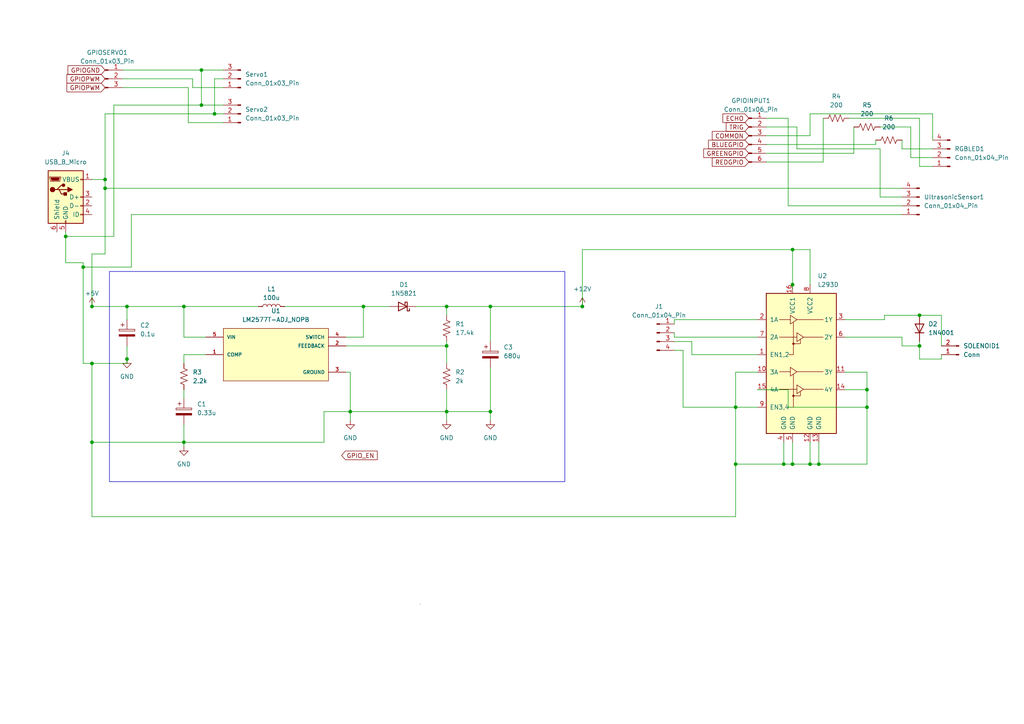
<source format=kicad_sch>
(kicad_sch (version 20231120) (generator "eeschema") (generator_version "8.0")
  (paper "A4")
  (lib_symbols
    (symbol "Connector:Conn_01x02_Pin" (pin_names (offset 1.016) hide)
      (property "Reference" "J" (at 0 2.54 0))
      (property "Value" "Conn_01x02_Pin" (at 0 -5.08 0))
      (symbol "Conn_01x02_Pin_1_1"
        (polyline (pts (xy 1.27 -2.54) (xy 0.8636 -2.54)) (stroke (width 0.1524)))
        (polyline (pts (xy 1.27 0) (xy 0.8636 0)) (stroke (width 0.1524)))
        (rectangle (start 0.8636 -2.413) (end 0 -2.667) (stroke (width 0.1524)) (fill (type outline)))
        (rectangle (start 0.8636 0.127) (end 0 -0.127) (stroke (width 0.1524)) (fill (type outline)))
        (pin passive line (at 5.08 0 180) (length 3.81) (name "Pin_1") (number "1"))
        (pin passive line (at 5.08 -2.54 180) (length 3.81) (name "Pin_2") (number "2"))
      )
    )
    (symbol "Connector:Conn_01x03_Pin" (pin_names (offset 1.016) hide)
      (property "Reference" "J" (at 0 5.08 0))
      (property "Value" "Conn_01x03_Pin" (at 0 -5.08 0))
      (symbol "Conn_01x03_Pin_1_1"
        (polyline (pts (xy 1.27 -2.54) (xy 0.8636 -2.54)) (stroke (width 0.1524)))
        (polyline (pts (xy 1.27 0) (xy 0.8636 0)) (stroke (width 0.1524)))
        (polyline (pts (xy 1.27 2.54) (xy 0.8636 2.54)) (stroke (width 0.1524)))
        (rectangle (start 0.8636 -2.413) (end 0 -2.667) (stroke (width 0.1524)) (fill (type outline)))
        (rectangle (start 0.8636 0.127) (end 0 -0.127) (stroke (width 0.1524)) (fill (type outline)))
        (rectangle (start 0.8636 2.667) (end 0 2.413) (stroke (width 0.1524)) (fill (type outline)))
        (pin passive line (at 5.08 2.54 180) (length 3.81) (name "Pin_1") (number "1"))
        (pin passive line (at 5.08 0 180) (length 3.81) (name "Pin_2") (number "2"))
        (pin passive line (at 5.08 -2.54 180) (length 3.81) (name "Pin_3") (number "3"))
      )
    )
    (symbol "Connector:Conn_01x04_Pin" (pin_names (offset 1.016) hide)
      (property "Reference" "J" (at 0 5.08 0))
      (property "Value" "Conn_01x04_Pin" (at 0 -7.62 0))
      (symbol "Conn_01x04_Pin_1_1"
        (polyline (pts (xy 1.27 -5.08) (xy 0.8636 -5.08)) (stroke (width 0.1524)))
        (polyline (pts (xy 1.27 -2.54) (xy 0.8636 -2.54)) (stroke (width 0.1524)))
        (polyline (pts (xy 1.27 0) (xy 0.8636 0)) (stroke (width 0.1524)))
        (polyline (pts (xy 1.27 2.54) (xy 0.8636 2.54)) (stroke (width 0.1524)))
        (rectangle (start 0.8636 -4.953) (end 0 -5.207) (stroke (width 0.1524)) (fill (type outline)))
        (rectangle (start 0.8636 -2.413) (end 0 -2.667) (stroke (width 0.1524)) (fill (type outline)))
        (rectangle (start 0.8636 0.127) (end 0 -0.127) (stroke (width 0.1524)) (fill (type outline)))
        (rectangle (start 0.8636 2.667) (end 0 2.413) (stroke (width 0.1524)) (fill (type outline)))
        (pin passive line (at 5.08 2.54 180) (length 3.81) (name "Pin_1") (number "1"))
        (pin passive line (at 5.08 0 180) (length 3.81) (name "Pin_2") (number "2"))
        (pin passive line (at 5.08 -2.54 180) (length 3.81) (name "Pin_3") (number "3"))
        (pin passive line (at 5.08 -5.08 180) (length 3.81) (name "Pin_4") (number "4"))
      )
    )
    (symbol "Connector:Conn_01x06_Pin" (pin_names (offset 1.016) hide)
      (property "Reference" "J" (at 0 7.62 0))
      (property "Value" "Conn_01x06_Pin" (at 0 -10.16 0))
      (symbol "Conn_01x06_Pin_1_1"
        (polyline (pts (xy 1.27 -7.62) (xy 0.8636 -7.62)) (stroke (width 0.1524)))
        (polyline (pts (xy 1.27 -5.08) (xy 0.8636 -5.08)) (stroke (width 0.1524)))
        (polyline (pts (xy 1.27 -2.54) (xy 0.8636 -2.54)) (stroke (width 0.1524)))
        (polyline (pts (xy 1.27 0) (xy 0.8636 0)) (stroke (width 0.1524)))
        (polyline (pts (xy 1.27 2.54) (xy 0.8636 2.54)) (stroke (width 0.1524)))
        (polyline (pts (xy 1.27 5.08) (xy 0.8636 5.08)) (stroke (width 0.1524)))
        (rectangle (start 0.8636 -7.493) (end 0 -7.747) (stroke (width 0.1524)) (fill (type outline)))
        (rectangle (start 0.8636 -4.953) (end 0 -5.207) (stroke (width 0.1524)) (fill (type outline)))
        (rectangle (start 0.8636 -2.413) (end 0 -2.667) (stroke (width 0.1524)) (fill (type outline)))
        (rectangle (start 0.8636 0.127) (end 0 -0.127) (stroke (width 0.1524)) (fill (type outline)))
        (rectangle (start 0.8636 2.667) (end 0 2.413) (stroke (width 0.1524)) (fill (type outline)))
        (rectangle (start 0.8636 5.207) (end 0 4.953) (stroke (width 0.1524)) (fill (type outline)))
        (pin passive line (at 5.08 5.08 180) (length 3.81) (name "Pin_1") (number "1"))
        (pin passive line (at 5.08 2.54 180) (length 3.81) (name "Pin_2") (number "2"))
        (pin passive line (at 5.08 0 180) (length 3.81) (name "Pin_3") (number "3"))
        (pin passive line (at 5.08 -2.54 180) (length 3.81) (name "Pin_4") (number "4"))
        (pin passive line (at 5.08 -5.08 180) (length 3.81) (name "Pin_5") (number "5"))
        (pin passive line (at 5.08 -7.62 180) (length 3.81) (name "Pin_6") (number "6"))
      )
    )
    (symbol "Connector:USB_B_Micro" (pin_names (offset 1.016))
      (property "Reference" "J" (at -5.08 11.43 0))
      (property "Value" "USB_B_Micro" (at -5.08 8.89 0))
      (symbol "USB_B_Micro_0_1"
        (rectangle (start -5.08 -7.62) (end 5.08 7.62) (stroke (width 0.254)) (fill (type background)))
        (circle (center -3.81 2.159) (radius 0.635) (stroke (width 0.254)) (fill (type outline)))
        (circle (center -0.635 3.429) (radius 0.381) (stroke (width 0.254)) (fill (type outline)))
        (rectangle (start -0.127 -7.62) (end 0.127 -6.858))
        (polyline (pts (xy -1.905 2.159) (xy 0.635 2.159)) (stroke (width 0.254)))
        (polyline (pts (xy -3.175 2.159) (xy -2.54 2.159) (xy -1.27 3.429) (xy -0.635 3.429)) (stroke (width 0.254)))
        (polyline (pts (xy -2.54 2.159) (xy -1.905 2.159) (xy -1.27 0.889) (xy 0 0.889)) (stroke (width 0.254)))
        (polyline (pts (xy 0.635 2.794) (xy 0.635 1.524) (xy 1.905 2.159) (xy 0.635 2.794)) (stroke (width 0.254)) (fill (type outline)))
        (polyline (pts (xy -4.318 5.588) (xy -1.778 5.588) (xy -2.032 4.826) (xy -4.064 4.826) (xy -4.318 5.588)) (fill (type outline)))
        (polyline (pts (xy -4.699 5.842) (xy -4.699 5.588) (xy -4.445 4.826) (xy -4.445 4.572) (xy -1.651 4.572) (xy -1.651 4.826) (xy -1.397 5.588) (xy -1.397 5.842) (xy -4.699 5.842)))
        (rectangle (start 0.254 1.27) (end -0.508 0.508) (stroke (width 0.254)) (fill (type outline)))
        (rectangle (start 5.08 -5.207) (end 4.318 -4.953))
        (rectangle (start 5.08 -2.667) (end 4.318 -2.413))
        (rectangle (start 5.08 -0.127) (end 4.318 0.127))
        (rectangle (start 5.08 4.953) (end 4.318 5.207))
      )
      (symbol "USB_B_Micro_1_1"
        (pin power_out line (at 7.62 5.08 180) (length 2.54) (name "VBUS") (number "1"))
        (pin bidirectional line (at 7.62 -2.54 180) (length 2.54) (name "D-") (number "2"))
        (pin bidirectional line (at 7.62 0 180) (length 2.54) (name "D+") (number "3"))
        (pin passive line (at 7.62 -5.08 180) (length 2.54) (name "ID") (number "4"))
        (pin power_out line (at 0 -10.16 90) (length 2.54) (name "GND") (number "5"))
        (pin passive line (at -2.54 -10.16 90) (length 2.54) (name "Shield") (number "6"))
      )
    )
    (symbol "Device:C_Polarized" (pin_numbers hide) (pin_names (offset 0.254))
      (property "Reference" "C" (at 0.635 2.54 0))
      (property "Value" "C_Polarized" (at 0.635 -2.54 0))
      (symbol "C_Polarized_0_1"
        (rectangle (start -2.286 0.508) (end 2.286 1.016))
        (polyline (pts (xy -1.778 2.286) (xy -0.762 2.286)))
        (polyline (pts (xy -1.27 2.794) (xy -1.27 1.778)))
        (rectangle (start 2.286 -0.508) (end -2.286 -1.016) (fill (type outline)))
      )
      (symbol "C_Polarized_1_1"
        (pin passive line (at 0 3.81 270) (length 2.794) (name "~") (number "1"))
        (pin passive line (at 0 -3.81 90) (length 2.794) (name "~") (number "2"))
      )
    )
    (symbol "Device:L" (pin_numbers hide) (pin_names (offset 1.016) hide)
      (property "Reference" "L" (at -1.27 0 90))
      (property "Value" "L" (at 1.905 0 90))
      (symbol "L_0_1"
        (arc (start 0 -2.54) (mid 0.6323 -1.905) (end 0 -1.27))
        (arc (start 0 -1.27) (mid 0.6323 -0.635) (end 0 0))
        (arc (start 0 0) (mid 0.6323 0.635) (end 0 1.27))
        (arc (start 0 1.27) (mid 0.6323 1.905) (end 0 2.54))
      )
      (symbol "L_1_1"
        (pin passive line (at 0 3.81 270) (length 1.27) (name "1") (number "1"))
        (pin passive line (at 0 -3.81 90) (length 1.27) (name "2") (number "2"))
      )
    )
    (symbol "Device:R_US" (pin_numbers hide) (pin_names (offset 0))
      (property "Reference" "R" (at 2.54 0 90))
      (property "Value" "R_US" (at -2.54 0 90))
      (symbol "R_US_0_1"
        (polyline (pts (xy 0 -2.286) (xy 0 -2.54)))
        (polyline (pts (xy 0 2.286) (xy 0 2.54)))
        (polyline (pts (xy 0 -0.762) (xy 1.016 -1.143) (xy 0 -1.524) (xy -1.016 -1.905) (xy 0 -2.286)))
        (polyline (pts (xy 0 0.762) (xy 1.016 0.381) (xy 0 0) (xy -1.016 -0.381) (xy 0 -0.762)))
        (polyline (pts (xy 0 2.286) (xy 1.016 1.905) (xy 0 1.524) (xy -1.016 1.143) (xy 0 0.762)))
      )
      (symbol "R_US_1_1"
        (pin passive line (at 0 3.81 270) (length 1.27) (name "~") (number "1"))
        (pin passive line (at 0 -3.81 90) (length 1.27) (name "~") (number "2"))
      )
    )
    (symbol "Diode:1N4001" (pin_numbers hide) (pin_names hide)
      (property "Reference" "D" (at 0 2.54 0))
      (property "Value" "1N4001" (at 0 -2.54 0))
      (symbol "1N4001_0_1"
        (polyline (pts (xy -1.27 1.27) (xy -1.27 -1.27)) (stroke (width 0.254)))
        (polyline (pts (xy 1.27 0) (xy -1.27 0)))
        (polyline (pts (xy 1.27 1.27) (xy 1.27 -1.27) (xy -1.27 0) (xy 1.27 1.27)) (stroke (width 0.254)))
      )
      (symbol "1N4001_1_1"
        (pin passive line (at -3.81 0 0) (length 2.54) (name "K") (number "1"))
        (pin passive line (at 3.81 0 180) (length 2.54) (name "A") (number "2"))
      )
    )
    (symbol "Diode:1N5821" (pin_numbers hide) (pin_names (offset 1.016) hide)
      (property "Reference" "D" (at 0 2.54 0))
      (property "Value" "1N5821" (at 0 -2.54 0))
      (symbol "1N5821_0_1"
        (polyline (pts (xy 1.27 0) (xy -1.27 0)))
        (polyline (pts (xy 1.27 1.27) (xy 1.27 -1.27) (xy -1.27 0) (xy 1.27 1.27)) (stroke (width 0.254)))
        (polyline (pts (xy -1.905 0.635) (xy -1.905 1.27) (xy -1.27 1.27) (xy -1.27 -1.27) (xy -0.635 -1.27) (xy -0.635 -0.635)) (stroke (width 0.254)))
      )
      (symbol "1N5821_1_1"
        (pin passive line (at -3.81 0 0) (length 2.54) (name "K") (number "1"))
        (pin passive line (at 3.81 0 180) (length 2.54) (name "A") (number "2"))
      )
    )
    (symbol "Driver_Motor:L293D" (pin_names (offset 1.016))
      (property "Reference" "U" (at -5.08 26.035 0))
      (property "Value" "L293D" (at -5.08 24.13 0))
      (symbol "L293D_0_1"
        (rectangle (start -10.16 22.86) (end 10.16 -17.78) (stroke (width 0.254)) (fill (type background)))
        (circle (center -2.286 -6.858) (radius 0.254) (fill (type outline)))
        (circle (center -2.286 8.255) (radius 0.254) (fill (type outline)))
        (polyline (pts (xy -6.35 -4.953) (xy -1.27 -4.953)))
        (polyline (pts (xy -6.35 0.127) (xy -3.175 0.127)))
        (polyline (pts (xy -6.35 10.16) (xy -1.27 10.16)))
        (polyline (pts (xy -6.35 15.24) (xy -3.175 15.24)))
        (polyline (pts (xy -1.27 0.127) (xy 6.35 0.127)))
        (polyline (pts (xy -1.27 15.24) (xy 6.35 15.24)))
        (polyline (pts (xy 0.635 -4.953) (xy 6.35 -4.953)))
        (polyline (pts (xy 0.635 10.16) (xy 6.35 10.16)))
        (polyline (pts (xy -2.286 -6.858) (xy -0.254 -6.858) (xy -0.254 -5.588)))
        (polyline (pts (xy -2.286 -0.635) (xy -2.286 -10.16) (xy -3.556 -10.16)))
        (polyline (pts (xy -2.286 8.255) (xy -0.254 8.255) (xy -0.254 9.525)))
        (polyline (pts (xy -2.286 14.478) (xy -2.286 5.08) (xy -3.556 5.08)))
        (polyline (pts (xy -3.175 1.397) (xy -3.175 -1.143) (xy -1.27 0.127) (xy -3.175 1.397)))
        (polyline (pts (xy -3.175 16.51) (xy -3.175 13.97) (xy -1.27 15.24) (xy -3.175 16.51)))
        (polyline (pts (xy -1.27 -3.683) (xy -1.27 -6.223) (xy 0.635 -4.953) (xy -1.27 -3.683)))
        (polyline (pts (xy -1.27 11.43) (xy -1.27 8.89) (xy 0.635 10.16) (xy -1.27 11.43)))
      )
      (symbol "L293D_1_1"
        (pin input line (at -12.7 5.08 0) (length 2.54) (name "EN1,2") (number "1"))
        (pin input line (at -12.7 0 0) (length 2.54) (name "3A") (number "10"))
        (pin output line (at 12.7 0 180) (length 2.54) (name "3Y") (number "11"))
        (pin power_in line (at 2.54 -20.32 90) (length 2.54) (name "GND") (number "12"))
        (pin power_in line (at 5.08 -20.32 90) (length 2.54) (name "GND") (number "13"))
        (pin output line (at 12.7 -5.08 180) (length 2.54) (name "4Y") (number "14"))
        (pin input line (at -12.7 -5.08 0) (length 2.54) (name "4A") (number "15"))
        (pin power_in line (at -2.54 25.4 270) (length 2.54) (name "VCC1") (number "16"))
        (pin input line (at -12.7 15.24 0) (length 2.54) (name "1A") (number "2"))
        (pin output line (at 12.7 15.24 180) (length 2.54) (name "1Y") (number "3"))
        (pin power_in line (at -5.08 -20.32 90) (length 2.54) (name "GND") (number "4"))
        (pin power_in line (at -2.54 -20.32 90) (length 2.54) (name "GND") (number "5"))
        (pin output line (at 12.7 10.16 180) (length 2.54) (name "2Y") (number "6"))
        (pin input line (at -12.7 10.16 0) (length 2.54) (name "2A") (number "7"))
        (pin power_in line (at 2.54 25.4 270) (length 2.54) (name "VCC2") (number "8"))
        (pin input line (at -12.7 -10.16 0) (length 2.54) (name "EN3,4") (number "9"))
      )
    )
    (symbol "LM2577T-ADJ_NOPB:LM2577T-ADJ_NOPB" (pin_names (offset 1.016))
      (property "Reference" "U" (at -15.24 8.382 0))
      (property "Value" "LM2577T-ADJ_NOPB" (at -15.24 -10.16 0))
      (symbol "LM2577T-ADJ_NOPB_0_0"
        (rectangle (start -15.24 -7.62) (end 15.24 7.62) (stroke (width 0.1524)) (fill (type background)))
        (pin passive line (at -20.32 0 0) (length 5.08) (name "COMP") (number "1"))
        (pin input line (at 20.32 2.54 180) (length 5.08) (name "FEEDBACK") (number "2"))
        (pin power_in line (at 20.32 -5.08 180) (length 5.08) (name "GROUND") (number "3"))
        (pin output line (at 20.32 5.08 180) (length 5.08) (name "SWITCH") (number "4"))
        (pin input line (at -20.32 5.08 0) (length 5.08) (name "VIN") (number "5"))
      )
    )
    (symbol "power:+12V" (power) (pin_names (offset 0))
      (property "Value" "+12V" (at 0 3.556 0))
      (symbol "+12V_0_1"
        (polyline (pts (xy -0.762 1.27) (xy 0 2.54)))
        (polyline (pts (xy 0 0) (xy 0 2.54)))
        (polyline (pts (xy 0 2.54) (xy 0.762 1.27)))
      )
      (symbol "+12V_1_1"
        (pin power_in line (at 0 0 90) (length 0) hide (name "+12V") (number "1"))
      )
    )
    (symbol "power:+5V" (power) (pin_names (offset 0))
      (property "Value" "+5V" (at 0 3.556 0))
      (symbol "+5V_0_1"
        (polyline (pts (xy -0.762 1.27) (xy 0 2.54)))
        (polyline (pts (xy 0 0) (xy 0 2.54)))
        (polyline (pts (xy 0 2.54) (xy 0.762 1.27)))
      )
      (symbol "+5V_1_1"
        (pin power_in line (at 0 0 90) (length 0) hide (name "+5V") (number "1"))
      )
    )
    (symbol "power:GND" (power) (pin_names (offset 0))
      (property "Value" "GND" (at 0 -3.81 0))
      (symbol "GND_0_1"
        (polyline (pts (xy 0 0) (xy 0 -1.27) (xy 1.27 -1.27) (xy 0 -2.54) (xy -1.27 -1.27) (xy 0 -1.27)))
      )
      (symbol "GND_1_1"
        (pin power_in line (at 0 0 270) (length 0) hide (name "GND") (number "1"))
      )
    )
  )
  (junction (at 101.6 119.38))
  (junction (at 105.41 88.9))
  (junction (at 237.49 134.62))
  (junction (at 26.67 105.41))
  (junction (at 251.46 113.03))
  (junction (at 129.54 88.9))
  (junction (at 129.54 119.38))
  (junction (at 24.13 77.47))
  (junction (at 229.87 134.62))
  (junction (at 53.34 88.9))
  (junction (at 129.54 100.33))
  (junction (at 58.42 20.32))
  (junction (at 142.24 88.9))
  (junction (at 62.23 33.02))
  (junction (at 266.7 100.33))
  (junction (at 213.36 118.11))
  (junction (at 251.46 118.11))
  (junction (at 227.33 134.62))
  (junction (at 234.95 134.62))
  (junction (at 142.24 119.38))
  (junction (at 19.05 68.58))
  (junction (at 229.87 72.39))
  (junction (at 30.48 52.07))
  (junction (at 58.42 30.48))
  (junction (at 266.7 91.44))
  (junction (at 168.91 88.9))
  (junction (at 36.83 88.9))
  (junction (at 53.34 128.27))
  (junction (at 26.67 88.9))
  (junction (at 229.87 82.55))
  (junction (at 36.83 104.14))
  (junction (at 213.36 134.62))
  (junction (at 26.67 128.27))
  (junction (at 30.48 54.61))
  (wire (pts (xy 228.6 59.69) (xy 228.6 34.29)))
  (wire (pts (xy 245.11 113.03) (xy 251.46 113.03)))
  (wire (pts (xy 58.42 30.48) (xy 64.77 30.48)))
  (wire (pts (xy 264.16 45.72) (xy 270.51 45.72)))
  (wire (pts (xy 198.12 118.11) (xy 198.12 101.6)))
  (wire (pts (xy 62.23 33.02) (xy 62.23 22.86)))
  (wire (pts (xy 54.61 25.4) (xy 54.61 35.56)))
  (wire (pts (xy 24.13 76.2) (xy 24.13 77.47)))
  (wire (pts (xy 19.05 76.2) (xy 24.13 76.2)))
  (wire (pts (xy 229.87 72.39) (xy 168.91 72.39)))
  (wire (pts (xy 213.36 134.62) (xy 213.36 149.86)))
  (wire (pts (xy 93.98 128.27) (xy 93.98 119.38)))
  (wire (pts (xy 234.95 39.37) (xy 222.25 39.37)))
  (wire (pts (xy 105.41 88.9) (xy 113.03 88.9)))
  (wire (pts (xy 219.71 107.95) (xy 213.36 107.95)))
  (wire (pts (xy 251.46 118.11) (xy 251.46 134.62)))
  (wire (pts (xy 273.05 104.14) (xy 273.05 102.87)))
  (wire (pts (xy 234.95 72.39) (xy 229.87 72.39)))
  (wire (pts (xy 142.24 106.68) (xy 142.24 119.38)))
  (wire (pts (xy 266.7 48.26) (xy 270.51 48.26)))
  (wire (pts (xy 229.87 72.39) (xy 229.87 82.55)))
  (wire (pts (xy 266.7 100.33) (xy 266.7 104.14)))
  (wire (pts (xy 247.65 36.83) (xy 247.65 44.45)))
  (wire (pts (xy 255.27 43.18) (xy 231.14 43.18)))
  (wire (pts (xy 261.62 100.33) (xy 266.7 100.33)))
  (wire (pts (xy 129.54 119.38) (xy 142.24 119.38)))
  (wire (pts (xy 229.87 128.27) (xy 229.87 134.62)))
  (wire (pts (xy 19.05 68.58) (xy 19.05 76.2)))
  (wire (pts (xy 142.24 119.38) (xy 142.24 121.92)))
  (wire (pts (xy 254 41.91) (xy 254 40.64)))
  (wire (pts (xy 100.33 107.95) (xy 101.6 107.95)))
  (wire (pts (xy 120.65 88.9) (xy 129.54 88.9)))
  (wire (pts (xy 53.34 128.27) (xy 53.34 129.54)))
  (wire (pts (xy 26.67 149.86) (xy 213.36 149.86)))
  (wire (pts (xy 101.6 107.95) (xy 101.6 119.38)))
  (wire (pts (xy 24.13 105.41) (xy 26.67 105.41)))
  (wire (pts (xy 93.98 119.38) (xy 101.6 119.38)))
  (wire (pts (xy 273.05 91.44) (xy 266.7 91.44)))
  (wire (pts (xy 234.95 33.02) (xy 234.95 39.37)))
  (wire (pts (xy 36.83 105.41) (xy 36.83 104.14)))
  (wire (pts (xy 273.05 100.33) (xy 273.05 91.44)))
  (wire (pts (xy 219.71 113.03) (xy 228.6 113.03)))
  (wire (pts (xy 247.65 44.45) (xy 222.25 44.45)))
  (wire (pts (xy 251.46 107.95) (xy 251.46 113.03)))
  (wire (pts (xy 228.6 118.11) (xy 251.46 118.11)))
  (wire (pts (xy 213.36 107.95) (xy 213.36 118.11)))
  (wire (pts (xy 266.7 34.29) (xy 266.7 48.26)))
  (wire (pts (xy 213.36 118.11) (xy 198.12 118.11)))
  (wire (pts (xy 101.6 119.38) (xy 129.54 119.38)))
  (wire (pts (xy 55.88 25.4) (xy 64.77 25.4)))
  (wire (pts (xy 30.48 73.66) (xy 26.67 73.66)))
  (wire (pts (xy 19.05 67.31) (xy 19.05 68.58)))
  (wire (pts (xy 255.27 57.15) (xy 255.27 43.18)))
  (wire (pts (xy 222.25 36.83) (xy 231.14 36.83)))
  (wire (pts (xy 245.11 92.71) (xy 256.54 92.71)))
  (wire (pts (xy 101.6 119.38) (xy 101.6 121.92)))
  (wire (pts (xy 168.91 72.39) (xy 168.91 88.9)))
  (wire (pts (xy 251.46 113.03) (xy 251.46 118.11)))
  (wire (pts (xy 256.54 92.71) (xy 256.54 91.44)))
  (wire (pts (xy 200.66 102.87) (xy 200.66 99.06)))
  (wire (pts (xy 200.66 99.06) (xy 195.58 99.06)))
  (wire (pts (xy 261.62 43.18) (xy 270.51 43.18)))
  (wire (pts (xy 234.95 128.27) (xy 234.95 134.62)))
  (wire (pts (xy 227.33 134.62) (xy 213.36 134.62)))
  (wire (pts (xy 238.76 46.99) (xy 222.25 46.99)))
  (wire (pts (xy 227.33 128.27) (xy 227.33 134.62)))
  (wire (pts (xy 36.83 100.33) (xy 36.83 104.14)))
  (wire (pts (xy 53.34 113.03) (xy 53.34 115.57)))
  (wire (pts (xy 58.42 20.32) (xy 64.77 20.32)))
  (wire (pts (xy 26.67 73.66) (xy 26.67 88.9)))
  (wire (pts (xy 229.87 82.55) (xy 229.87 83.82)))
  (wire (pts (xy 234.95 82.55) (xy 234.95 72.39)))
  (wire (pts (xy 55.88 22.86) (xy 55.88 25.4)))
  (wire (pts (xy 26.67 105.41) (xy 26.67 128.27)))
  (wire (pts (xy 100.33 100.33) (xy 129.54 100.33)))
  (wire (pts (xy 261.62 40.64) (xy 261.62 43.18)))
  (wire (pts (xy 35.56 25.4) (xy 54.61 25.4)))
  (wire (pts (xy 24.13 77.47) (xy 24.13 105.41)))
  (wire (pts (xy 58.42 30.48) (xy 33.02 30.48)))
  (wire (pts (xy 26.67 105.41) (xy 36.83 105.41)))
  (wire (pts (xy 198.12 101.6) (xy 195.58 101.6)))
  (wire (pts (xy 35.56 22.86) (xy 55.88 22.86)))
  (wire (pts (xy 222.25 41.91) (xy 254 41.91)))
  (wire (pts (xy 234.95 33.02) (xy 270.51 33.02)))
  (wire (pts (xy 53.34 123.19) (xy 53.34 128.27)))
  (wire (pts (xy 105.41 88.9) (xy 105.41 97.79)))
  (wire (pts (xy 129.54 113.03) (xy 129.54 119.38)))
  (wire (pts (xy 246.38 34.29) (xy 266.7 34.29)))
  (wire (pts (xy 228.6 113.03) (xy 228.6 118.11)))
  (wire (pts (xy 36.83 88.9) (xy 36.83 92.71)))
  (wire (pts (xy 238.76 34.29) (xy 238.76 46.99)))
  (wire (pts (xy 62.23 33.02) (xy 64.77 33.02)))
  (wire (pts (xy 264.16 36.83) (xy 264.16 45.72)))
  (wire (pts (xy 213.36 118.11) (xy 219.71 118.11)))
  (wire (pts (xy 129.54 88.9) (xy 142.24 88.9)))
  (wire (pts (xy 38.1 77.47) (xy 24.13 77.47)))
  (wire (pts (xy 54.61 35.56) (xy 64.77 35.56)))
  (wire (pts (xy 129.54 119.38) (xy 129.54 121.92)))
  (wire (pts (xy 30.48 54.61) (xy 30.48 73.66)))
  (wire (pts (xy 195.58 97.79) (xy 219.71 97.79)))
  (wire (pts (xy 82.55 88.9) (xy 105.41 88.9)))
  (wire (pts (xy 228.6 34.29) (xy 222.25 34.29)))
  (wire (pts (xy 213.36 118.11) (xy 213.36 134.62)))
  (wire (pts (xy 105.41 97.79) (xy 100.33 97.79)))
  (wire (pts (xy 234.95 134.62) (xy 237.49 134.62)))
  (wire (pts (xy 35.56 20.32) (xy 58.42 20.32)))
  (wire (pts (xy 30.48 52.07) (xy 30.48 54.61)))
  (wire (pts (xy 256.54 91.44) (xy 266.7 91.44)))
  (wire (pts (xy 36.83 88.9) (xy 53.34 88.9)))
  (wire (pts (xy 195.58 92.71) (xy 195.58 93.98)))
  (wire (pts (xy 53.34 128.27) (xy 93.98 128.27)))
  (wire (pts (xy 266.7 99.06) (xy 266.7 100.33)))
  (wire (pts (xy 53.34 88.9) (xy 74.93 88.9)))
  (wire (pts (xy 270.51 33.02) (xy 270.51 40.64)))
  (wire (pts (xy 38.1 62.23) (xy 38.1 77.47)))
  (wire (pts (xy 26.67 88.9) (xy 36.83 88.9)))
  (wire (pts (xy 255.27 36.83) (xy 264.16 36.83)))
  (wire (pts (xy 237.49 134.62) (xy 237.49 128.27)))
  (wire (pts (xy 129.54 100.33) (xy 129.54 105.41)))
  (wire (pts (xy 195.58 97.79) (xy 195.58 96.52)))
  (wire (pts (xy 26.67 128.27) (xy 26.67 149.86)))
  (wire (pts (xy 251.46 134.62) (xy 237.49 134.62)))
  (wire (pts (xy 59.69 102.87) (xy 53.34 102.87)))
  (wire (pts (xy 26.67 128.27) (xy 53.34 128.27)))
  (wire (pts (xy 261.62 57.15) (xy 255.27 57.15)))
  (wire (pts (xy 229.87 134.62) (xy 234.95 134.62)))
  (wire (pts (xy 30.48 33.02) (xy 62.23 33.02)))
  (wire (pts (xy 266.7 104.14) (xy 273.05 104.14)))
  (wire (pts (xy 261.62 62.23) (xy 38.1 62.23)))
  (wire (pts (xy 142.24 88.9) (xy 142.24 99.06)))
  (wire (pts (xy 58.42 20.32) (xy 58.42 30.48)))
  (wire (pts (xy 26.67 52.07) (xy 30.48 52.07)))
  (wire (pts (xy 261.62 97.79) (xy 261.62 100.33)))
  (wire (pts (xy 231.14 43.18) (xy 231.14 36.83)))
  (wire (pts (xy 33.02 68.58) (xy 19.05 68.58)))
  (wire (pts (xy 53.34 102.87) (xy 53.34 105.41)))
  (wire (pts (xy 53.34 97.79) (xy 53.34 88.9)))
  (wire (pts (xy 62.23 22.86) (xy 64.77 22.86)))
  (wire (pts (xy 200.66 102.87) (xy 219.71 102.87)))
  (wire (pts (xy 142.24 88.9) (xy 168.91 88.9)))
  (wire (pts (xy 129.54 100.33) (xy 129.54 99.06)))
  (wire (pts (xy 129.54 91.44) (xy 129.54 88.9)))
  (wire (pts (xy 59.69 97.79) (xy 53.34 97.79)))
  (wire (pts (xy 227.33 134.62) (xy 229.87 134.62)))
  (wire (pts (xy 245.11 97.79) (xy 261.62 97.79)))
  (wire (pts (xy 33.02 30.48) (xy 33.02 68.58)))
  (wire (pts (xy 261.62 54.61) (xy 30.48 54.61)))
  (wire (pts (xy 245.11 107.95) (xy 251.46 107.95)))
  (wire (pts (xy 30.48 52.07) (xy 30.48 33.02)))
  (wire (pts (xy 228.6 59.69) (xy 261.62 59.69)))
  (wire (pts (xy 195.58 92.71) (xy 219.71 92.71)))
  (rectangle (start 121.92 175.26) (end 121.92 175.26))
  (rectangle (start 31.75 78.74) (end 163.83 139.7))
  (global_label "REDGPIO" (shape input) (at 217.17 46.99 180) (property "Intersheetrefs" "${INTERSHEET_REFS}" (effects (hide yes))))
  (global_label "GPIOPWM" (shape input) (at 30.48 22.86 180) (property "Intersheetrefs" "${INTERSHEET_REFS}" (effects (hide yes))))
  (global_label "GPIOPWM" (shape input) (at 30.48 25.4 180) (property "Intersheetrefs" "${INTERSHEET_REFS}" (effects (hide yes))))
  (global_label "COMMON" (shape input) (at 217.17 39.37 180) (property "Intersheetrefs" "${INTERSHEET_REFS}" (effects (hide yes))))
  (global_label "TRIG" (shape input) (at 217.17 36.83 180) (property "Intersheetrefs" "${INTERSHEET_REFS}" (effects (hide yes))))
  (global_label "GREENGPIO" (shape input) (at 217.17 44.45 180) (property "Intersheetrefs" "${INTERSHEET_REFS}" (effects (hide yes))))
  (global_label "GPIOGND" (shape input) (at 30.48 20.32 180) (property "Intersheetrefs" "${INTERSHEET_REFS}" (effects (hide yes))))
  (global_label "ECHO" (shape input) (at 217.17 34.29 180) (property "Intersheetrefs" "${INTERSHEET_REFS}" (effects (hide yes))))
  (global_label "BLUEGPIO" (shape input) (at 217.17 41.91 180) (property "Intersheetrefs" "${INTERSHEET_REFS}" (effects (hide yes))))
  (global_label "GPIO_EN" (shape input) (at 99.06 132.08 0) (property "Intersheetrefs" "${INTERSHEET_REFS}" (effects (hide yes))))
  (symbol (lib_id "LM2577T-ADJ_NOPB:LM2577T-ADJ_NOPB") (at 80.01 102.87 0) (unit 1)
    (property "Reference" "U1" (at 80.01 90.17 0))
    (property "Value" "LM2577T-ADJ_NOPB" (at 80.01 92.71 0))
    (property "Footprint" "Kicad:VREG_LM2577T-ADJ_NOPB" (effects (hide yes)))
    (property "Description" "\nSIMPLE SWITCHER&reg; 3.5V to 40V, 3A Low Component Count Step-Up Regulator 5-TO-220 -40 to 125\n" (effects (hide yes)))
    (property "MF" "Texas Instruments" (effects (hide yes)))
    (property "MAXIMUM_PACKAGE_HEIGHT" "18.11mm" (effects (hide yes)))
    (property "Package" "TO-220-5 Texas Instruments" (effects (hide yes)))
    (property "Price" "None" (effects (hide yes)))
    (property "Check_prices" "https://www.snapeda.com/parts/LM2577T-ADJ/Texas+Instruments/view-part/?ref=eda" (effects (hide yes)))
    (property "STANDARD" "Manufacturer Recommendation" (effects (hide yes)))
    (property "PARTREV" "D" (effects (hide yes)))
    (property "SnapEDA_Link" "https://www.snapeda.com/parts/LM2577T-ADJ/Texas+Instruments/view-part/?ref=snap" (effects (hide yes)))
    (property "MP" "LM2577T-ADJ" (effects (hide yes)))
    (property "Purchase-URL" "https://www.snapeda.com/api/url_track_click_mouser/?unipart_id=230288&manufacturer=Texas Instruments&part_name=LM2577T-ADJ&search_term=lm2577" (effects (hide yes)))
    (property "Availability" "In Stock" (effects (hide yes)))
    (property "MANUFACTURER" "Texas Instruments" (effects (hide yes)))
  )
  (symbol (lib_id "Diode:1N4001") (at 266.7 95.25 90) (unit 1)
    (property "Reference" "D2" (at 269.24 93.98 90) (effects (justify right)))
    (property "Value" "1N4001" (at 269.24 96.52 90) (effects (justify right)))
    (property "Footprint" "Diode_THT:D_DO-41_SOD81_P10.16mm_Horizontal" (effects (hide yes)))
    (property "Datasheet" "http://www.vishay.com/docs/88503/1n4001.pdf" (effects (hide yes)))
    (property "Sim.Device" "D" (effects (hide yes)))
    (property "Sim.Pins" "1=K 2=A" (effects (hide yes)))
  )
  (symbol (lib_id "Device:R_US") (at 129.54 109.22 0) (unit 1)
    (property "Reference" "R2" (at 132.08 107.95 0) (effects (justify left)))
    (property "Value" "2k" (at 132.08 110.49 0) (effects (justify left)))
    (property "Footprint" "Resistor_THT:R_Axial_DIN0204_L3.6mm_D1.6mm_P7.62mm_Horizontal" (effects (hide yes)))
  )
  (symbol (lib_id "Connector:Conn_01x04_Pin") (at 266.7 59.69 180) (unit 1)
    (property "Reference" "UltrasonicSensor1" (at 267.97 57.1499 0) (effects (justify right)))
    (property "Value" "Conn_01x04_Pin" (at 267.97 59.6899 0) (effects (justify right)))
    (property "Description" "Generic connector, single row, 01x04, script generated" (effects (hide yes)))
  )
  (symbol (lib_id "Connector:Conn_01x04_Pin") (at 190.5 96.52 0) (unit 1)
    (property "Reference" "J1" (at 191.135 88.9 0))
    (property "Value" "Conn_01x04_Pin" (at 191.135 91.44 0))
    (property "Footprint" "Connector_JST:JST_EH_B4B-EH-A_1x04_P2.50mm_Vertical" (effects (hide yes)))
  )
  (symbol (lib_id "Connector:Conn_01x03_Pin") (at 30.48 22.86 0) (unit 1)
    (property "Reference" "GPIOSERVO1" (at 31.115 15.24 0))
    (property "Value" "Conn_01x03_Pin" (at 31.115 17.78 0))
    (property "Description" "Generic connector, single row, 01x03, script generated" (effects (hide yes)))
  )
  (symbol (lib_id "Diode:1N5821") (at 116.84 88.9 180) (unit 1)
    (property "Reference" "D1" (at 117.1575 82.55 0))
    (property "Value" "1N5821" (at 117.1575 85.09 0))
    (property "Footprint" "Diode_THT:D_DO-201AD_P15.24mm_Horizontal" (effects (hide yes)))
    (property "Datasheet" "http://www.vishay.com/docs/88526/1n5820.pdf" (effects (hide yes)))
  )
  (symbol (lib_id "power:GND") (at 53.34 129.54 0) (unit 1)
    (property "Reference" "#PWR04" (effects (hide yes)))
    (property "Value" "GND" (at 53.34 134.62 0))
  )
  (symbol (lib_id "Device:R_US") (at 251.46 36.83 270) (unit 1)
    (property "Reference" "R5" (at 251.46 30.48 90))
    (property "Value" "200" (at 251.46 33.02 90))
    (property "Footprint" "Resistor_THT:R_Axial_DIN0204_L3.6mm_D1.6mm_P7.62mm_Horizontal" (effects (hide yes)))
  )
  (symbol (lib_id "Connector:Conn_01x03_Pin") (at 69.85 33.02 180) (unit 1)
    (property "Reference" "Servo2" (at 71.12 31.7499 0) (effects (justify right)))
    (property "Value" "Conn_01x03_Pin" (at 71.12 34.2899 0) (effects (justify right)))
    (property "Description" "Generic connector, single row, 01x03, script generated" (effects (hide yes)))
  )
  (symbol (lib_id "power:+5V") (at 26.67 88.9 0) (unit 1)
    (property "Reference" "#PWR06" (effects (hide yes)))
    (property "Value" "+5V" (at 26.67 85.09 0))
  )
  (symbol (lib_id "Device:R_US") (at 53.34 109.22 0) (unit 1)
    (property "Reference" "R3" (at 55.88 107.95 0) (effects (justify left)))
    (property "Value" "2.2k" (at 55.88 110.49 0) (effects (justify left)))
    (property "Footprint" "Resistor_THT:R_Axial_DIN0204_L3.6mm_D1.6mm_P7.62mm_Horizontal" (effects (hide yes)))
  )
  (symbol (lib_id "power:GND") (at 36.83 104.14 0) (unit 1)
    (property "Reference" "#PWR05" (effects (hide yes)))
    (property "Value" "GND" (at 36.83 109.22 0))
  )
  (symbol (lib_id "power:+12V") (at 168.91 88.9 0) (unit 1)
    (property "Reference" "#PWR07" (effects (hide yes)))
    (property "Value" "+12V" (at 168.91 83.82 0))
  )
  (symbol (lib_id "Connector:USB_B_Micro") (at 19.05 57.15 0) (unit 1)
    (property "Reference" "J4" (at 19.05 44.45 0))
    (property "Value" "USB_B_Micro" (at 19.05 46.99 0))
    (property "Description" "USB Micro Type B connector" (effects (hide yes)))
  )
  (symbol (lib_id "Device:R_US") (at 257.81 40.64 90) (unit 1)
    (property "Reference" "R6" (at 257.81 34.29 90))
    (property "Value" "200" (at 257.81 36.83 90))
    (property "Footprint" "Resistor_THT:R_Axial_DIN0204_L3.6mm_D1.6mm_P7.62mm_Horizontal" (effects (hide yes)))
  )
  (symbol (lib_id "Connector:Conn_01x02_Pin") (at 278.13 102.87 180) (unit 1)
    (property "Reference" "SOLENOID1" (at 279.4 100.3299 0) (effects (justify right)))
    (property "Value" "Conn" (at 279.4 102.8699 0) (effects (justify right)))
    (property "Footprint" "Connector_JST:JST_EH_B2B-EH-A_1x02_P2.50mm_Vertical" (effects (hide yes)))
  )
  (symbol (lib_id "Connector:Conn_01x06_Pin") (at 217.17 39.37 0) (unit 1)
    (property "Reference" "GPIOINPUT1" (at 217.805 29.21 0))
    (property "Value" "Conn_01x06_Pin" (at 217.805 31.75 0))
    (property "Description" "Generic connector, single row, 01x06, script generated" (effects (hide yes)))
  )
  (symbol (lib_id "power:GND") (at 129.54 121.92 0) (unit 1)
    (property "Reference" "#PWR01" (effects (hide yes)))
    (property "Value" "GND" (at 129.54 127 0))
  )
  (symbol (lib_id "Device:C_Polarized") (at 53.34 119.38 0) (unit 1)
    (property "Reference" "C1" (at 57.15 117.221 0) (effects (justify left)))
    (property "Value" "0.33u" (at 57.15 119.761 0) (effects (justify left)))
    (property "Footprint" "Capacitor_THT:CP_Radial_D5.0mm_P2.50mm" (effects (hide yes)))
  )
  (symbol (lib_id "Connector:Conn_01x04_Pin") (at 275.59 45.72 180) (unit 1)
    (property "Reference" "RGBLED1" (at 276.86 43.1799 0) (effects (justify right)))
    (property "Value" "Conn_01x04_Pin" (at 276.86 45.7199 0) (effects (justify right)))
    (property "Description" "Generic connector, single row, 01x04, script generated" (effects (hide yes)))
  )
  (symbol (lib_id "Device:C_Polarized") (at 142.24 102.87 0) (unit 1)
    (property "Reference" "C3" (at 146.05 100.711 0) (effects (justify left)))
    (property "Value" "680u" (at 146.05 103.251 0) (effects (justify left)))
    (property "Footprint" "Capacitor_THT:CP_Radial_D10.0mm_P5.00mm" (effects (hide yes)))
  )
  (symbol (lib_id "Connector:Conn_01x03_Pin") (at 69.85 22.86 180) (unit 1)
    (property "Reference" "Servo1" (at 71.12 21.5899 0) (effects (justify right)))
    (property "Value" "Conn_01x03_Pin" (at 71.12 24.1299 0) (effects (justify right)))
    (property "Description" "Generic connector, single row, 01x03, script generated" (effects (hide yes)))
  )
  (symbol (lib_id "Device:R_US") (at 129.54 95.25 0) (unit 1)
    (property "Reference" "R1" (at 132.08 93.98 0) (effects (justify left)))
    (property "Value" "17.4k" (at 132.08 96.52 0) (effects (justify left)))
    (property "Footprint" "Resistor_THT:R_Axial_DIN0204_L3.6mm_D1.6mm_P7.62mm_Horizontal" (effects (hide yes)))
  )
  (symbol (lib_id "Driver_Motor:L293D") (at 232.41 107.95 0) (unit 1)
    (property "Reference" "U2" (at 237.1441 80.01 0) (effects (justify left)))
    (property "Value" "L293D" (at 237.1441 82.55 0) (effects (justify left)))
    (property "Footprint" "Package_DIP:DIP-16_W7.62mm" (effects (hide yes)))
    (property "Datasheet" "http://www.ti.com/lit/ds/symlink/l293.pdf" (effects (hide yes)))
  )
  (symbol (lib_id "Device:R_US") (at 242.57 34.29 90) (unit 1)
    (property "Reference" "R4" (at 242.57 27.94 90))
    (property "Value" "200" (at 242.57 30.48 90))
    (property "Footprint" "Resistor_THT:R_Axial_DIN0204_L3.6mm_D1.6mm_P7.62mm_Horizontal" (effects (hide yes)))
  )
  (symbol (lib_id "Device:L") (at 78.74 88.9 90) (unit 1)
    (property "Reference" "L1" (at 78.74 83.82 90))
    (property "Value" "100u" (at 78.74 86.36 90))
    (property "Footprint" "Inductor_THT:L_Radial_D8.7mm_P5.00mm_Fastron_07HCP" (effects (hide yes)))
  )
  (symbol (lib_id "Device:C_Polarized") (at 36.83 96.52 0) (unit 1)
    (property "Reference" "C2" (at 40.64 94.361 0) (effects (justify left)))
    (property "Value" "0.1u" (at 40.64 96.901 0) (effects (justify left)))
    (property "Footprint" "Capacitor_THT:CP_Radial_D5.0mm_P2.50mm" (effects (hide yes)))
  )
  (symbol (lib_id "power:GND") (at 101.6 121.92 0) (unit 1)
    (property "Reference" "#PWR02" (effects (hide yes)))
    (property "Value" "GND" (at 101.6 127 0))
  )
  (symbol (lib_id "power:GND") (at 142.24 121.92 0) (unit 1)
    (property "Reference" "#PWR03" (effects (hide yes)))
    (property "Value" "GND" (at 142.24 127 0))
  )
)
</source>
